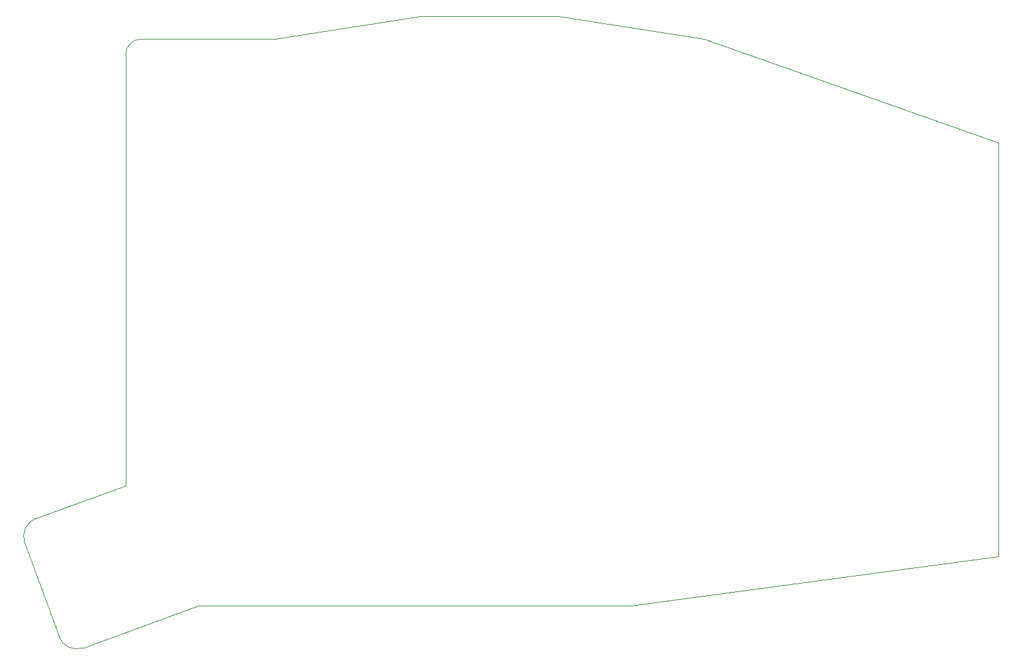
<source format=gm1>
%TF.GenerationSoftware,KiCad,Pcbnew,7.0.2-0*%
%TF.CreationDate,2023-05-24T14:01:04+08:00*%
%TF.ProjectId,Input,496e7075-742e-46b6-9963-61645f706362,1*%
%TF.SameCoordinates,PX7bfa480PY6052340*%
%TF.FileFunction,Profile,NP*%
%FSLAX46Y46*%
G04 Gerber Fmt 4.6, Leading zero omitted, Abs format (unit mm)*
G04 Created by KiCad (PCBNEW 7.0.2-0) date 2023-05-24 14:01:04*
%MOMM*%
%LPD*%
G01*
G04 APERTURE LIST*
%TA.AperFunction,Profile*%
%ADD10C,0.100000*%
%TD*%
%TA.AperFunction,Profile*%
%ADD11C,0.120000*%
%TD*%
G04 APERTURE END LIST*
D10*
X-7500000Y29000000D02*
G75*
G03*
X-9500000Y27000000I0J-2000000D01*
G01*
X-15029821Y-50472365D02*
X0Y-45000000D01*
X-22680365Y-36762179D02*
X-18234103Y-48978183D01*
X-18234103Y-48978183D02*
G75*
G03*
X-15029821Y-50472365I2349232J855050D01*
G01*
X-21186183Y-33557897D02*
X-9500001Y-29300000D01*
X-21186183Y-33557897D02*
G75*
G03*
X-22680365Y-36762179I855050J-2349232D01*
G01*
X29000000Y32000000D02*
X10000000Y29000000D01*
X66000000Y29000000D02*
X47000000Y32000000D01*
X-9500000Y27000000D02*
X-9500001Y-29300000D01*
X10000000Y29000000D02*
X7500000Y29000000D01*
X56500000Y-45000000D02*
X104500000Y-38500000D01*
X0Y-45000000D02*
X56500000Y-45000000D01*
X104500000Y15500000D02*
X66000000Y29000000D01*
X47000000Y32000000D02*
X29000000Y32000000D01*
X104500000Y-38500000D02*
X104500000Y15500000D01*
D11*
%TO.C,J1*%
X7500000Y29000000D02*
X-7500000Y29000000D01*
%TD*%
M02*

</source>
